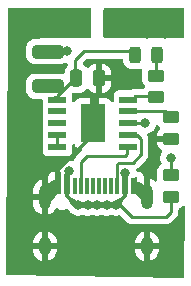
<source format=gbr>
%TF.GenerationSoftware,KiCad,Pcbnew,7.0.9-1.fc38*%
%TF.CreationDate,2024-01-22T08:05:40+08:00*%
%TF.ProjectId,PD_Decoy,50445f44-6563-46f7-992e-6b696361645f,rev?*%
%TF.SameCoordinates,Original*%
%TF.FileFunction,Copper,L1,Top*%
%TF.FilePolarity,Positive*%
%FSLAX46Y46*%
G04 Gerber Fmt 4.6, Leading zero omitted, Abs format (unit mm)*
G04 Created by KiCad (PCBNEW 7.0.9-1.fc38) date 2024-01-22 08:05:40*
%MOMM*%
%LPD*%
G01*
G04 APERTURE LIST*
G04 Aperture macros list*
%AMRoundRect*
0 Rectangle with rounded corners*
0 $1 Rounding radius*
0 $2 $3 $4 $5 $6 $7 $8 $9 X,Y pos of 4 corners*
0 Add a 4 corners polygon primitive as box body*
4,1,4,$2,$3,$4,$5,$6,$7,$8,$9,$2,$3,0*
0 Add four circle primitives for the rounded corners*
1,1,$1+$1,$2,$3*
1,1,$1+$1,$4,$5*
1,1,$1+$1,$6,$7*
1,1,$1+$1,$8,$9*
0 Add four rect primitives between the rounded corners*
20,1,$1+$1,$2,$3,$4,$5,0*
20,1,$1+$1,$4,$5,$6,$7,0*
20,1,$1+$1,$6,$7,$8,$9,0*
20,1,$1+$1,$8,$9,$2,$3,0*%
G04 Aperture macros list end*
%TA.AperFunction,SMDPad,CuDef*%
%ADD10RoundRect,0.250000X-0.250000X-0.475000X0.250000X-0.475000X0.250000X0.475000X-0.250000X0.475000X0*%
%TD*%
%TA.AperFunction,SMDPad,CuDef*%
%ADD11R,0.600000X1.450000*%
%TD*%
%TA.AperFunction,SMDPad,CuDef*%
%ADD12R,0.300000X1.450000*%
%TD*%
%TA.AperFunction,ComponentPad*%
%ADD13O,1.000000X2.100000*%
%TD*%
%TA.AperFunction,ComponentPad*%
%ADD14O,1.000000X1.600000*%
%TD*%
%TA.AperFunction,SMDPad,CuDef*%
%ADD15RoundRect,0.243750X0.243750X0.456250X-0.243750X0.456250X-0.243750X-0.456250X0.243750X-0.456250X0*%
%TD*%
%TA.AperFunction,SMDPad,CuDef*%
%ADD16RoundRect,0.250000X-0.450000X0.262500X-0.450000X-0.262500X0.450000X-0.262500X0.450000X0.262500X0*%
%TD*%
%TA.AperFunction,SMDPad,CuDef*%
%ADD17RoundRect,0.250000X0.450000X-0.262500X0.450000X0.262500X-0.450000X0.262500X-0.450000X-0.262500X0*%
%TD*%
%TA.AperFunction,SMDPad,CuDef*%
%ADD18R,2.100000X3.300000*%
%TD*%
%TA.AperFunction,SMDPad,CuDef*%
%ADD19R,1.500000X0.600000*%
%TD*%
%TA.AperFunction,SMDPad,CuDef*%
%ADD20RoundRect,0.250000X-1.075000X0.312500X-1.075000X-0.312500X1.075000X-0.312500X1.075000X0.312500X0*%
%TD*%
%TA.AperFunction,ViaPad*%
%ADD21C,0.800000*%
%TD*%
%TA.AperFunction,Conductor*%
%ADD22C,0.250000*%
%TD*%
%TA.AperFunction,Conductor*%
%ADD23C,1.000000*%
%TD*%
%TA.AperFunction,Conductor*%
%ADD24C,0.500000*%
%TD*%
%TA.AperFunction,Conductor*%
%ADD25C,0.350000*%
%TD*%
G04 APERTURE END LIST*
D10*
%TO.P,C1,1*%
%TO.N,VDD*%
X18168000Y-18070000D03*
%TO.P,C1,2*%
%TO.N,GND*%
X20068000Y-18070000D03*
%TD*%
D11*
%TO.P,J1,A1,GND*%
%TO.N,GND*%
X16566000Y-27199000D03*
%TO.P,J1,A4,VBUS*%
%TO.N,/VBUS*%
X17366000Y-27199000D03*
D12*
%TO.P,J1,A5,CC1*%
%TO.N,/CC1*%
X18566000Y-27199000D03*
%TO.P,J1,A6,D+*%
%TO.N,unconnected-(J1-D+-PadA6)*%
X19566000Y-27199000D03*
%TO.P,J1,A7,D-*%
%TO.N,unconnected-(J1-D--PadA7)*%
X20066000Y-27199000D03*
%TO.P,J1,A8,SBU1*%
%TO.N,unconnected-(J1-SBU1-PadA8)*%
X21066000Y-27199000D03*
D11*
%TO.P,J1,A9,VBUS*%
%TO.N,/VBUS*%
X22266000Y-27199000D03*
%TO.P,J1,A12,GND*%
%TO.N,GND*%
X23066000Y-27199000D03*
%TO.P,J1,B1,GND*%
X23066000Y-27199000D03*
%TO.P,J1,B4,VBUS*%
%TO.N,/VBUS*%
X22266000Y-27199000D03*
D12*
%TO.P,J1,B5,CC2*%
%TO.N,/CC2*%
X21566000Y-27199000D03*
%TO.P,J1,B6,D+*%
%TO.N,unconnected-(J1-D+-PadB6)*%
X20566000Y-27199000D03*
%TO.P,J1,B7,D-*%
%TO.N,unconnected-(J1-D--PadB7)*%
X19066000Y-27199000D03*
%TO.P,J1,B8,SBU2*%
%TO.N,unconnected-(J1-SBU2-PadB8)*%
X18066000Y-27199000D03*
D11*
%TO.P,J1,B9,VBUS*%
%TO.N,/VBUS*%
X17366000Y-27199000D03*
%TO.P,J1,B12,GND*%
%TO.N,GND*%
X16566000Y-27199000D03*
D13*
%TO.P,J1,S1,SHIELD*%
X15496000Y-28114000D03*
D14*
X15496000Y-32294000D03*
D13*
X24136000Y-28114000D03*
D14*
X24136000Y-32294000D03*
%TD*%
D15*
%TO.P,D1,1,K*%
%TO.N,Net-(D1-K)*%
X24991000Y-16079000D03*
%TO.P,D1,2,A*%
%TO.N,VDD*%
X23116000Y-16079000D03*
%TD*%
D16*
%TO.P,R4,1*%
%TO.N,Net-(U1-VBUS)*%
X26164000Y-26278000D03*
%TO.P,R4,2*%
%TO.N,/VBUS*%
X26164000Y-28103000D03*
%TD*%
D17*
%TO.P,R2,1*%
%TO.N,Net-(U1-PG)*%
X24894000Y-19682000D03*
%TO.P,R2,2*%
%TO.N,Net-(D1-K)*%
X24894000Y-17857000D03*
%TD*%
%TO.P,R3,1*%
%TO.N,GND*%
X26164000Y-23197000D03*
%TO.P,R3,2*%
%TO.N,Net-(U1-CFG1)*%
X26164000Y-21372000D03*
%TD*%
D18*
%TO.P,U1,0,GND*%
%TO.N,GND*%
X19560000Y-21880000D03*
D19*
%TO.P,U1,1,VDD*%
%TO.N,VDD*%
X16559746Y-19880000D03*
%TO.P,U1,2,CFG2*%
%TO.N,unconnected-(U1-CFG2-Pad2)*%
X16559746Y-20880000D03*
%TO.P,U1,3,CFG3*%
%TO.N,unconnected-(U1-CFG3-Pad3)*%
X16559746Y-21880000D03*
%TO.P,U1,4,DP*%
%TO.N,Net-(U1-DM)*%
X16559746Y-22880000D03*
%TO.P,U1,5,DM*%
X16559746Y-23880000D03*
%TO.P,U1,6,CC2*%
%TO.N,/CC1*%
X22559746Y-23880000D03*
%TO.P,U1,7,CC1*%
%TO.N,/CC2*%
X22560000Y-22880000D03*
%TO.P,U1,8,VBUS*%
%TO.N,Net-(U1-VBUS)*%
X22560000Y-21880000D03*
%TO.P,U1,9,CFG1*%
%TO.N,Net-(U1-CFG1)*%
X22560000Y-20880000D03*
%TO.P,U1,10,PG*%
%TO.N,Net-(U1-PG)*%
X22559746Y-19880000D03*
%TD*%
D20*
%TO.P,R1,1*%
%TO.N,/VBUS*%
X15750000Y-15825000D03*
%TO.P,R1,2*%
%TO.N,VDD*%
X15750000Y-18750000D03*
%TD*%
D21*
%TO.N,GND*%
X16258000Y-13793000D03*
X17782000Y-13793000D03*
X14734000Y-13793000D03*
X17782000Y-12523000D03*
X14734000Y-12523000D03*
X16258000Y-12523000D03*
%TO.N,/VBUS*%
X18310000Y-28823000D03*
X25656000Y-14301000D03*
X24132000Y-14301000D03*
X24132000Y-12650000D03*
X22354000Y-12650000D03*
X17528000Y-25944000D03*
X19110000Y-28823000D03*
X19910000Y-28823000D03*
X21510000Y-28823000D03*
X22290500Y-26054795D03*
X17401000Y-15784000D03*
X20710000Y-28823000D03*
X25656000Y-12650000D03*
%TO.N,Net-(U1-VBUS)*%
X24005000Y-21880000D03*
X26164000Y-24801000D03*
%TD*%
D22*
%TO.N,VDD*%
X18036000Y-16546000D02*
X18036000Y-18070000D01*
X18798000Y-15784000D02*
X18036000Y-16546000D01*
X16305000Y-19625254D02*
X16559746Y-19880000D01*
X16559746Y-19546254D02*
X18036000Y-18070000D01*
X16559746Y-19880000D02*
X16559746Y-19546254D01*
X23116000Y-15784000D02*
X18798000Y-15784000D01*
%TO.N,GND*%
X16512000Y-26054256D02*
X16566000Y-26108256D01*
X23386396Y-27199000D02*
X23066000Y-27199000D01*
D23*
X24136000Y-28114000D02*
X23386396Y-27364396D01*
X15651000Y-28114000D02*
X16366000Y-27399000D01*
D24*
X16566000Y-26108256D02*
X16566000Y-27199000D01*
D23*
X16366000Y-27399000D02*
X16366000Y-27199000D01*
D22*
X19560000Y-22769000D02*
X16512000Y-25817000D01*
X19936000Y-18070000D02*
X19936000Y-21504000D01*
X19560000Y-21880000D02*
X19560000Y-22769000D01*
X16566000Y-27199000D02*
X16411000Y-27199000D01*
D23*
X15496000Y-28114000D02*
X15651000Y-28114000D01*
D22*
X19936000Y-21504000D02*
X19560000Y-21880000D01*
X16537802Y-26080058D02*
X16566000Y-26051860D01*
X16512000Y-25817000D02*
X16512000Y-26054256D01*
%TO.N,Net-(D1-K)*%
X24894000Y-17769000D02*
X24894000Y-15881000D01*
X24894000Y-15881000D02*
X24991000Y-15784000D01*
D24*
%TO.N,/VBUS*%
X18165660Y-28823000D02*
X18310000Y-28823000D01*
D22*
X17528000Y-26071000D02*
X17528000Y-25944000D01*
X25742000Y-29795000D02*
X22867051Y-29795000D01*
D24*
X19910000Y-28823000D02*
X20710000Y-28823000D01*
X19110000Y-28823000D02*
X19910000Y-28823000D01*
D22*
X22867051Y-29795000D02*
X21866340Y-28794289D01*
D24*
X22266000Y-26079295D02*
X22266000Y-27199000D01*
X17765660Y-28423000D02*
X18165660Y-28823000D01*
D22*
X16258000Y-15760500D02*
X17377500Y-15760500D01*
D24*
X20710000Y-28823000D02*
X21466340Y-28823000D01*
D22*
X22290500Y-26054795D02*
X22266000Y-26079295D01*
X26164000Y-29373000D02*
X25742000Y-29795000D01*
X26164000Y-28103000D02*
X26164000Y-29373000D01*
X17655000Y-25944000D02*
X17655000Y-25944000D01*
X17366000Y-26233000D02*
X17528000Y-26071000D01*
D25*
X17366000Y-28023340D02*
X17765660Y-28423000D01*
D24*
X21510000Y-28779340D02*
X21866340Y-28423000D01*
D25*
X21866340Y-28423000D02*
X22266000Y-28023340D01*
D22*
X17528000Y-25944000D02*
X17655000Y-25944000D01*
X17377500Y-15760500D02*
X17401000Y-15784000D01*
D24*
X18310000Y-28823000D02*
X19110000Y-28823000D01*
X21466340Y-28823000D02*
X21510000Y-28823000D01*
X21510000Y-28823000D02*
X21510000Y-28779340D01*
D22*
X21866340Y-28794289D02*
X21866340Y-28423000D01*
D24*
X21466340Y-28823000D02*
X21466340Y-28823000D01*
D25*
X17366000Y-27199000D02*
X17366000Y-28023340D01*
D24*
X17366000Y-27199000D02*
X17366000Y-26233000D01*
D25*
X22266000Y-28023340D02*
X22266000Y-27199000D01*
D22*
%TO.N,/CC1*%
X22481000Y-23958746D02*
X22481000Y-24450492D01*
X22257492Y-24674000D02*
X19052000Y-24674000D01*
X18566000Y-25160000D02*
X18566000Y-27199000D01*
X19052000Y-24674000D02*
X18566000Y-25160000D01*
X22481000Y-24450492D02*
X22257492Y-24674000D01*
X22559746Y-23880000D02*
X22481000Y-23958746D01*
%TO.N,/CC2*%
X23634746Y-24505000D02*
X23634746Y-23255000D01*
X23634746Y-23255000D02*
X23259746Y-22880000D01*
X22916746Y-25223000D02*
X23634746Y-24505000D01*
X21719000Y-25223000D02*
X22916746Y-25223000D01*
X22560000Y-22880000D02*
X21859746Y-22880000D01*
X21566000Y-25376000D02*
X21719000Y-25223000D01*
X23259746Y-22880000D02*
X22560000Y-22880000D01*
X21566000Y-27199000D02*
X21566000Y-25376000D01*
%TO.N,Net-(U1-PG)*%
X23116000Y-19594000D02*
X24894000Y-19594000D01*
X22559746Y-19880000D02*
X22830000Y-19880000D01*
X22830000Y-19880000D02*
X23116000Y-19594000D01*
%TO.N,Net-(U1-CFG1)*%
X22560000Y-20880000D02*
X25672000Y-20880000D01*
X25672000Y-20880000D02*
X26164000Y-21372000D01*
%TO.N,Net-(U1-VBUS)*%
X26164000Y-26278000D02*
X26164000Y-24801000D01*
X24005000Y-21880000D02*
X22560000Y-21880000D01*
%TO.N,Net-(U1-DM)*%
X16559746Y-22880000D02*
X16559746Y-23880000D01*
%TD*%
%TA.AperFunction,Conductor*%
%TO.N,/VBUS*%
G36*
X27250039Y-12161685D02*
G01*
X27295794Y-12214489D01*
X27307000Y-12266000D01*
X27307000Y-14558000D01*
X27287315Y-14625039D01*
X27234511Y-14670794D01*
X27183000Y-14682000D01*
X20573000Y-14682000D01*
X20505961Y-14662315D01*
X20460206Y-14609511D01*
X20449000Y-14558000D01*
X20449000Y-12266000D01*
X20468685Y-12198961D01*
X20521489Y-12153206D01*
X20573000Y-12142000D01*
X27183000Y-12142000D01*
X27250039Y-12161685D01*
G37*
%TD.AperFunction*%
%TD*%
%TA.AperFunction,Conductor*%
%TO.N,GND*%
G36*
X12329000Y-15317000D02*
G01*
X13949151Y-15317000D01*
X13935001Y-15359703D01*
X13935001Y-15359704D01*
X13935000Y-15359704D01*
X13924500Y-15462483D01*
X13924500Y-16187501D01*
X13924501Y-16187519D01*
X13935000Y-16290296D01*
X13935001Y-16290299D01*
X13974501Y-16409500D01*
X13990186Y-16456834D01*
X14082288Y-16606156D01*
X14206344Y-16730212D01*
X14355666Y-16822314D01*
X14522203Y-16877499D01*
X14624991Y-16888000D01*
X16875008Y-16887999D01*
X16977797Y-16877499D01*
X17144334Y-16822314D01*
X17221405Y-16774776D01*
X17288796Y-16756337D01*
X17355459Y-16777260D01*
X17400229Y-16830902D01*
X17410500Y-16880316D01*
X17410500Y-16989770D01*
X17390815Y-17056809D01*
X17374181Y-17077451D01*
X17325289Y-17126342D01*
X17233187Y-17275663D01*
X17233185Y-17275668D01*
X17208698Y-17349567D01*
X17178001Y-17442203D01*
X17178001Y-17442204D01*
X17178000Y-17442204D01*
X17167500Y-17544983D01*
X17167500Y-17588642D01*
X17147815Y-17655681D01*
X17095011Y-17701436D01*
X17025853Y-17711380D01*
X17004498Y-17706349D01*
X16977794Y-17697500D01*
X16977795Y-17697500D01*
X16875010Y-17687000D01*
X14624998Y-17687000D01*
X14624981Y-17687001D01*
X14522203Y-17697500D01*
X14522200Y-17697501D01*
X14355668Y-17752685D01*
X14355663Y-17752687D01*
X14206342Y-17844789D01*
X14082289Y-17968842D01*
X13990187Y-18118163D01*
X13990185Y-18118168D01*
X13973170Y-18169516D01*
X13935001Y-18284703D01*
X13935001Y-18284704D01*
X13935000Y-18284704D01*
X13924500Y-18387483D01*
X13924500Y-19112501D01*
X13924501Y-19112519D01*
X13935000Y-19215296D01*
X13935001Y-19215299D01*
X13990185Y-19381831D01*
X13990187Y-19381836D01*
X14025069Y-19438388D01*
X14082288Y-19531156D01*
X14206344Y-19655212D01*
X14355666Y-19747314D01*
X14522203Y-19802499D01*
X14624991Y-19813000D01*
X15185246Y-19812999D01*
X15252285Y-19832683D01*
X15298040Y-19885487D01*
X15309246Y-19936999D01*
X15309246Y-20227869D01*
X15309247Y-20227876D01*
X15315654Y-20287482D01*
X15333999Y-20336666D01*
X15338983Y-20406358D01*
X15333999Y-20423331D01*
X15315656Y-20472511D01*
X15315655Y-20472515D01*
X15315655Y-20472517D01*
X15309246Y-20532127D01*
X15309246Y-20532134D01*
X15309246Y-20532135D01*
X15309246Y-21227870D01*
X15309247Y-21227876D01*
X15315654Y-21287482D01*
X15333999Y-21336666D01*
X15338983Y-21406358D01*
X15333999Y-21423331D01*
X15315656Y-21472511D01*
X15315655Y-21472515D01*
X15315655Y-21472517D01*
X15309246Y-21532127D01*
X15309246Y-21532134D01*
X15309246Y-21532135D01*
X15309246Y-22227870D01*
X15309247Y-22227876D01*
X15315654Y-22287482D01*
X15333999Y-22336666D01*
X15338983Y-22406358D01*
X15333999Y-22423331D01*
X15315656Y-22472511D01*
X15315655Y-22472515D01*
X15315655Y-22472517D01*
X15309246Y-22532127D01*
X15309246Y-22532134D01*
X15309246Y-22532135D01*
X15309246Y-23227870D01*
X15309247Y-23227876D01*
X15315654Y-23287482D01*
X15333999Y-23336666D01*
X15338983Y-23406358D01*
X15333999Y-23423331D01*
X15315656Y-23472511D01*
X15315655Y-23472515D01*
X15315655Y-23472517D01*
X15309246Y-23532127D01*
X15309246Y-23532134D01*
X15309246Y-23532135D01*
X15309246Y-24227870D01*
X15309247Y-24227876D01*
X15315654Y-24287483D01*
X15365948Y-24422328D01*
X15365952Y-24422335D01*
X15452198Y-24537544D01*
X15452201Y-24537547D01*
X15567410Y-24623793D01*
X15567417Y-24623797D01*
X15702263Y-24674091D01*
X15702262Y-24674091D01*
X15709190Y-24674835D01*
X15761873Y-24680500D01*
X17357618Y-24680499D01*
X17417229Y-24674091D01*
X17552077Y-24623796D01*
X17667292Y-24537546D01*
X17753542Y-24422331D01*
X17803837Y-24287483D01*
X17810246Y-24227873D01*
X17810245Y-23771934D01*
X17829929Y-23704897D01*
X17882733Y-23659142D01*
X17951892Y-23649198D01*
X18015448Y-23678223D01*
X18050427Y-23728602D01*
X18066646Y-23772088D01*
X18066649Y-23772093D01*
X18152809Y-23887187D01*
X18152812Y-23887190D01*
X18267906Y-23973350D01*
X18267913Y-23973354D01*
X18402620Y-24023596D01*
X18402627Y-24023598D01*
X18462155Y-24029999D01*
X18462172Y-24030000D01*
X18509453Y-24030000D01*
X18576492Y-24049685D01*
X18622247Y-24102489D01*
X18632191Y-24171647D01*
X18604995Y-24233043D01*
X18590709Y-24250310D01*
X18586777Y-24254632D01*
X18182211Y-24659197D01*
X18169948Y-24669022D01*
X18170131Y-24669244D01*
X18164121Y-24674215D01*
X18116772Y-24724636D01*
X18095889Y-24745519D01*
X18095877Y-24745532D01*
X18091621Y-24751017D01*
X18087837Y-24755447D01*
X18055937Y-24789418D01*
X18055936Y-24789420D01*
X18046284Y-24806976D01*
X18035610Y-24823226D01*
X18023329Y-24839061D01*
X18023324Y-24839068D01*
X18004815Y-24881838D01*
X18002245Y-24887084D01*
X17979803Y-24927906D01*
X17974822Y-24947307D01*
X17968521Y-24965710D01*
X17960562Y-24984102D01*
X17958385Y-24991597D01*
X17956593Y-24991076D01*
X17930952Y-25045143D01*
X17871634Y-25082064D01*
X17812641Y-25083884D01*
X17695747Y-25059038D01*
X17622646Y-25043500D01*
X17433354Y-25043500D01*
X17400897Y-25050398D01*
X17248197Y-25082855D01*
X17248192Y-25082857D01*
X17075270Y-25159848D01*
X17075265Y-25159851D01*
X16922129Y-25271111D01*
X16795466Y-25411785D01*
X16700821Y-25575715D01*
X16700818Y-25575722D01*
X16642327Y-25755740D01*
X16642326Y-25755744D01*
X16627849Y-25893487D01*
X16622540Y-25944000D01*
X16632824Y-26041859D01*
X16630161Y-26083413D01*
X16615500Y-26145279D01*
X16615500Y-26227271D01*
X16607682Y-26270604D01*
X16571908Y-26366517D01*
X16565501Y-26426116D01*
X16565500Y-26426127D01*
X16565500Y-27190500D01*
X16565501Y-27325000D01*
X16545817Y-27392039D01*
X16493013Y-27437794D01*
X16441501Y-27449000D01*
X15777647Y-27449000D01*
X15721543Y-27358390D01*
X15632038Y-27290799D01*
X15524160Y-27260105D01*
X15412479Y-27270454D01*
X15312078Y-27320448D01*
X15246000Y-27392930D01*
X15246000Y-26949000D01*
X15746000Y-26949000D01*
X16316000Y-26949000D01*
X16316000Y-25974000D01*
X16218155Y-25974000D01*
X16158627Y-25980401D01*
X16158620Y-25980403D01*
X16023913Y-26030645D01*
X16023906Y-26030649D01*
X15908812Y-26116809D01*
X15908809Y-26116812D01*
X15822649Y-26231906D01*
X15822645Y-26231913D01*
X15772403Y-26366620D01*
X15772401Y-26366627D01*
X15766000Y-26426155D01*
X15766000Y-26519446D01*
X15746315Y-26586485D01*
X15746000Y-26586828D01*
X15746000Y-26949000D01*
X15246000Y-26949000D01*
X15246000Y-26590633D01*
X15244053Y-26590931D01*
X15244047Y-26590933D01*
X15053342Y-26661562D01*
X15053335Y-26661565D01*
X14880732Y-26769149D01*
X14733331Y-26909264D01*
X14733330Y-26909266D01*
X14617143Y-27076195D01*
X14536940Y-27263092D01*
X14496000Y-27462309D01*
X14496000Y-27864000D01*
X15196000Y-27864000D01*
X15196000Y-28364000D01*
X14496000Y-28364000D01*
X14496000Y-28714713D01*
X14511418Y-28866338D01*
X14572299Y-29060381D01*
X14572304Y-29060391D01*
X14671005Y-29238215D01*
X14671005Y-29238216D01*
X14803478Y-29392530D01*
X14803479Y-29392531D01*
X14964304Y-29517018D01*
X15146907Y-29606589D01*
X15246000Y-29632244D01*
X15246000Y-28830110D01*
X15270457Y-28869610D01*
X15359962Y-28937201D01*
X15467840Y-28967895D01*
X15579521Y-28957546D01*
X15679922Y-28907552D01*
X15746000Y-28835069D01*
X15746000Y-29637366D01*
X15747944Y-29637069D01*
X15747945Y-29637069D01*
X15938660Y-29566436D01*
X15938664Y-29566434D01*
X16111267Y-29458850D01*
X16258668Y-29318735D01*
X16258669Y-29318733D01*
X16374855Y-29151806D01*
X16378234Y-29143931D01*
X16422758Y-29090084D01*
X16489325Y-29068857D01*
X16556801Y-29086988D01*
X16567663Y-29094440D01*
X16635767Y-29146698D01*
X16775764Y-29204687D01*
X16888280Y-29219500D01*
X16888287Y-29219500D01*
X16963713Y-29219500D01*
X16963720Y-29219500D01*
X17076236Y-29204687D01*
X17216233Y-29146698D01*
X17249778Y-29120957D01*
X17314942Y-29095763D01*
X17383387Y-29109800D01*
X17412944Y-29131652D01*
X17485270Y-29203978D01*
X17504976Y-29229659D01*
X17577466Y-29355214D01*
X17577465Y-29355214D01*
X17704129Y-29495888D01*
X17857265Y-29607148D01*
X17857270Y-29607151D01*
X18030192Y-29684142D01*
X18030197Y-29684144D01*
X18215354Y-29723500D01*
X18215355Y-29723500D01*
X18404644Y-29723500D01*
X18404646Y-29723500D01*
X18589803Y-29684144D01*
X18659564Y-29653083D01*
X18728813Y-29643798D01*
X18760434Y-29653083D01*
X18830197Y-29684144D01*
X19015354Y-29723500D01*
X19015355Y-29723500D01*
X19204644Y-29723500D01*
X19204646Y-29723500D01*
X19389803Y-29684144D01*
X19459564Y-29653083D01*
X19528813Y-29643798D01*
X19560434Y-29653083D01*
X19630197Y-29684144D01*
X19815354Y-29723500D01*
X19815355Y-29723500D01*
X20004644Y-29723500D01*
X20004646Y-29723500D01*
X20189803Y-29684144D01*
X20259564Y-29653083D01*
X20328813Y-29643798D01*
X20360434Y-29653083D01*
X20430197Y-29684144D01*
X20615354Y-29723500D01*
X20615355Y-29723500D01*
X20804644Y-29723500D01*
X20804646Y-29723500D01*
X20989803Y-29684144D01*
X21059564Y-29653083D01*
X21128813Y-29643798D01*
X21160434Y-29653083D01*
X21230197Y-29684144D01*
X21415354Y-29723500D01*
X21415355Y-29723500D01*
X21604644Y-29723500D01*
X21604646Y-29723500D01*
X21789803Y-29684144D01*
X21789805Y-29684142D01*
X21791409Y-29683802D01*
X21861076Y-29689118D01*
X21904871Y-29717411D01*
X22366248Y-30178788D01*
X22376073Y-30191051D01*
X22376294Y-30190869D01*
X22381265Y-30196878D01*
X22402094Y-30216437D01*
X22431686Y-30244226D01*
X22452580Y-30265120D01*
X22458062Y-30269373D01*
X22462494Y-30273157D01*
X22496469Y-30305062D01*
X22514027Y-30314714D01*
X22530284Y-30325393D01*
X22546115Y-30337673D01*
X22565788Y-30346186D01*
X22588884Y-30356182D01*
X22594128Y-30358750D01*
X22634959Y-30381197D01*
X22647574Y-30384435D01*
X22654356Y-30386177D01*
X22672770Y-30392481D01*
X22691155Y-30400438D01*
X22737208Y-30407732D01*
X22742877Y-30408906D01*
X22788032Y-30420500D01*
X22808067Y-30420500D01*
X22827464Y-30422026D01*
X22847247Y-30425160D01*
X22893635Y-30420775D01*
X22899473Y-30420500D01*
X25659257Y-30420500D01*
X25674877Y-30422224D01*
X25674904Y-30421939D01*
X25682660Y-30422671D01*
X25682667Y-30422673D01*
X25751814Y-30420500D01*
X25781350Y-30420500D01*
X25788228Y-30419630D01*
X25794041Y-30419172D01*
X25840627Y-30417709D01*
X25859869Y-30412117D01*
X25878912Y-30408174D01*
X25898792Y-30405664D01*
X25942122Y-30388507D01*
X25947646Y-30386617D01*
X25951396Y-30385527D01*
X25992390Y-30373618D01*
X26009629Y-30363422D01*
X26027103Y-30354862D01*
X26045727Y-30347488D01*
X26045727Y-30347487D01*
X26045732Y-30347486D01*
X26083449Y-30320082D01*
X26088305Y-30316892D01*
X26128420Y-30293170D01*
X26142589Y-30278999D01*
X26157379Y-30266368D01*
X26173587Y-30254594D01*
X26203299Y-30218676D01*
X26207212Y-30214376D01*
X26547785Y-29873803D01*
X26560041Y-29863987D01*
X26559858Y-29863765D01*
X26565875Y-29858787D01*
X26565874Y-29858787D01*
X26565877Y-29858786D01*
X26590251Y-29832829D01*
X26613227Y-29808364D01*
X26623671Y-29797918D01*
X26634120Y-29787471D01*
X26638379Y-29781978D01*
X26642152Y-29777561D01*
X26674062Y-29743582D01*
X26683713Y-29726024D01*
X26694396Y-29709761D01*
X26706673Y-29693936D01*
X26725185Y-29651153D01*
X26727738Y-29645941D01*
X26750197Y-29605092D01*
X26755180Y-29585680D01*
X26761481Y-29567280D01*
X26769437Y-29548896D01*
X26776729Y-29502852D01*
X26777906Y-29497171D01*
X26789500Y-29452019D01*
X26789500Y-29431983D01*
X26791027Y-29412582D01*
X26794160Y-29392804D01*
X26789775Y-29346415D01*
X26789500Y-29340577D01*
X26789500Y-29187516D01*
X26809185Y-29120477D01*
X26861989Y-29074722D01*
X26874488Y-29069813D01*
X26933334Y-29050314D01*
X27082656Y-28958212D01*
X27133316Y-28907551D01*
X27194637Y-28874067D01*
X27264329Y-28879051D01*
X27320262Y-28920922D01*
X27344680Y-28986386D01*
X27344993Y-28996023D01*
X27307797Y-34835733D01*
X27287686Y-34902646D01*
X27234592Y-34948063D01*
X27181748Y-34958926D01*
X12324726Y-34713031D01*
X12258021Y-34692240D01*
X12213147Y-34638686D01*
X12202781Y-34588261D01*
X12215160Y-32644713D01*
X14496000Y-32644713D01*
X14511418Y-32796338D01*
X14572299Y-32990381D01*
X14572304Y-32990391D01*
X14671005Y-33168215D01*
X14671005Y-33168216D01*
X14803478Y-33322530D01*
X14803479Y-33322531D01*
X14964304Y-33447018D01*
X15146907Y-33536589D01*
X15246000Y-33562244D01*
X15246000Y-32760110D01*
X15270457Y-32799610D01*
X15359962Y-32867201D01*
X15467840Y-32897895D01*
X15579521Y-32887546D01*
X15679922Y-32837552D01*
X15746000Y-32765069D01*
X15746000Y-33567365D01*
X15747944Y-33567069D01*
X15747945Y-33567069D01*
X15938660Y-33496436D01*
X15938664Y-33496434D01*
X16111267Y-33388850D01*
X16258668Y-33248735D01*
X16258669Y-33248733D01*
X16374856Y-33081804D01*
X16455059Y-32894907D01*
X16496000Y-32695690D01*
X16496000Y-32644713D01*
X23136000Y-32644713D01*
X23151418Y-32796338D01*
X23212299Y-32990381D01*
X23212304Y-32990391D01*
X23311005Y-33168215D01*
X23311005Y-33168216D01*
X23443478Y-33322530D01*
X23443479Y-33322531D01*
X23604304Y-33447018D01*
X23786907Y-33536589D01*
X23886000Y-33562244D01*
X23886000Y-32760110D01*
X23910457Y-32799610D01*
X23999962Y-32867201D01*
X24107840Y-32897895D01*
X24219521Y-32887546D01*
X24319922Y-32837552D01*
X24386000Y-32765069D01*
X24386000Y-33567366D01*
X24387944Y-33567069D01*
X24387945Y-33567069D01*
X24578660Y-33496436D01*
X24578664Y-33496434D01*
X24751267Y-33388850D01*
X24898668Y-33248735D01*
X24898669Y-33248733D01*
X25014856Y-33081804D01*
X25095059Y-32894907D01*
X25136000Y-32695690D01*
X25136000Y-32544000D01*
X24436000Y-32544000D01*
X24436000Y-32044000D01*
X25136000Y-32044000D01*
X25136000Y-31943286D01*
X25120581Y-31791661D01*
X25059700Y-31597618D01*
X25059695Y-31597608D01*
X24960994Y-31419784D01*
X24960994Y-31419783D01*
X24828521Y-31265469D01*
X24828520Y-31265468D01*
X24667695Y-31140981D01*
X24485093Y-31051411D01*
X24386000Y-31025753D01*
X24386000Y-31827889D01*
X24361543Y-31788390D01*
X24272038Y-31720799D01*
X24164160Y-31690105D01*
X24052479Y-31700454D01*
X23952078Y-31750448D01*
X23886000Y-31822930D01*
X23886000Y-31020633D01*
X23884053Y-31020931D01*
X23884047Y-31020933D01*
X23693342Y-31091562D01*
X23693335Y-31091565D01*
X23520732Y-31199149D01*
X23373331Y-31339264D01*
X23373330Y-31339266D01*
X23257143Y-31506195D01*
X23176940Y-31693092D01*
X23136000Y-31892309D01*
X23136000Y-32044000D01*
X23836000Y-32044000D01*
X23836000Y-32544000D01*
X23136000Y-32544000D01*
X23136000Y-32644713D01*
X16496000Y-32644713D01*
X16496000Y-32544000D01*
X15796000Y-32544000D01*
X15796000Y-32044000D01*
X16496000Y-32044000D01*
X16496000Y-31943286D01*
X16480581Y-31791661D01*
X16419700Y-31597618D01*
X16419695Y-31597608D01*
X16320994Y-31419784D01*
X16320994Y-31419783D01*
X16188521Y-31265469D01*
X16188520Y-31265468D01*
X16027695Y-31140981D01*
X15845093Y-31051411D01*
X15746000Y-31025753D01*
X15746000Y-31827889D01*
X15721543Y-31788390D01*
X15632038Y-31720799D01*
X15524160Y-31690105D01*
X15412479Y-31700454D01*
X15312078Y-31750448D01*
X15246000Y-31822930D01*
X15246000Y-31020633D01*
X15244053Y-31020931D01*
X15244047Y-31020933D01*
X15053342Y-31091562D01*
X15053335Y-31091565D01*
X14880732Y-31199149D01*
X14733331Y-31339264D01*
X14733330Y-31339266D01*
X14617143Y-31506195D01*
X14536940Y-31693092D01*
X14496000Y-31892309D01*
X14496000Y-32044000D01*
X15196000Y-32044000D01*
X15196000Y-32544000D01*
X14496000Y-32544000D01*
X14496000Y-32644713D01*
X12215160Y-32644713D01*
X12329000Y-14772000D01*
X12329000Y-15317000D01*
G37*
%TD.AperFunction*%
%TA.AperFunction,Conductor*%
G36*
X23268649Y-26444877D02*
G01*
X23309179Y-26501790D01*
X23316000Y-26542350D01*
X23316000Y-27325000D01*
X23296315Y-27392039D01*
X23243511Y-27437794D01*
X23192000Y-27449000D01*
X23190500Y-27449000D01*
X23123461Y-27429315D01*
X23077706Y-27376511D01*
X23066500Y-27325000D01*
X23066499Y-26544950D01*
X23083109Y-26482954D01*
X23084612Y-26480351D01*
X23135176Y-26432136D01*
X23203783Y-26418911D01*
X23268649Y-26444877D01*
G37*
%TD.AperFunction*%
%TA.AperFunction,Conductor*%
G36*
X25052654Y-22028107D02*
G01*
X25103481Y-22074287D01*
X25121287Y-22103155D01*
X25215304Y-22197172D01*
X25248789Y-22258495D01*
X25243805Y-22328187D01*
X25215305Y-22372534D01*
X25121682Y-22466157D01*
X25029643Y-22615375D01*
X25029641Y-22615380D01*
X24974494Y-22781802D01*
X24974493Y-22781809D01*
X24964000Y-22884513D01*
X24964000Y-22947000D01*
X26290000Y-22947000D01*
X26357039Y-22966685D01*
X26402794Y-23019489D01*
X26414000Y-23071000D01*
X26414000Y-23323000D01*
X26394315Y-23390039D01*
X26341511Y-23435794D01*
X26290000Y-23447000D01*
X24964001Y-23447000D01*
X24964001Y-23509486D01*
X24974494Y-23612197D01*
X25029641Y-23778619D01*
X25029643Y-23778624D01*
X25121684Y-23927845D01*
X25245654Y-24051815D01*
X25372532Y-24130074D01*
X25419256Y-24182022D01*
X25430479Y-24250985D01*
X25414823Y-24297612D01*
X25372996Y-24370057D01*
X25342815Y-24422335D01*
X25336820Y-24432718D01*
X25336818Y-24432722D01*
X25287659Y-24584019D01*
X25278326Y-24612744D01*
X25258540Y-24801000D01*
X25278326Y-24989256D01*
X25278823Y-24990786D01*
X25336820Y-25169282D01*
X25360503Y-25210302D01*
X25376976Y-25278202D01*
X25354124Y-25344230D01*
X25318213Y-25377841D01*
X25245347Y-25422785D01*
X25245343Y-25422788D01*
X25121289Y-25546842D01*
X25029187Y-25696163D01*
X25029185Y-25696168D01*
X25020900Y-25721170D01*
X24974001Y-25862703D01*
X24974001Y-25862704D01*
X24974000Y-25862704D01*
X24963500Y-25965483D01*
X24963500Y-26590501D01*
X24963501Y-26590519D01*
X24972879Y-26682316D01*
X24960109Y-26751009D01*
X24912228Y-26801893D01*
X24844438Y-26818813D01*
X24778262Y-26796397D01*
X24773620Y-26792973D01*
X24667695Y-26710981D01*
X24485093Y-26621411D01*
X24386000Y-26595753D01*
X24386000Y-27397889D01*
X24361543Y-27358390D01*
X24272038Y-27290799D01*
X24164160Y-27260105D01*
X24052479Y-27270454D01*
X23952078Y-27320448D01*
X23886000Y-27392930D01*
X23886000Y-26574791D01*
X23871184Y-26551969D01*
X23866000Y-26516488D01*
X23866000Y-26426172D01*
X23865999Y-26426155D01*
X23859598Y-26366627D01*
X23859596Y-26366620D01*
X23809354Y-26231913D01*
X23809350Y-26231906D01*
X23723190Y-26116812D01*
X23723187Y-26116809D01*
X23608093Y-26030649D01*
X23608086Y-26030645D01*
X23473379Y-25980403D01*
X23473372Y-25980401D01*
X23413844Y-25974000D01*
X23328921Y-25974000D01*
X23261882Y-25954315D01*
X23216127Y-25901511D01*
X23206183Y-25832353D01*
X23235208Y-25768797D01*
X23265801Y-25743268D01*
X23290500Y-25728660D01*
X23303166Y-25721170D01*
X23317335Y-25706999D01*
X23332125Y-25694368D01*
X23348333Y-25682594D01*
X23378045Y-25646676D01*
X23381958Y-25642376D01*
X24018533Y-25005802D01*
X24030788Y-24995986D01*
X24030605Y-24995764D01*
X24036612Y-24990792D01*
X24036623Y-24990786D01*
X24068576Y-24956759D01*
X24083973Y-24940364D01*
X24094417Y-24929918D01*
X24104866Y-24919471D01*
X24109125Y-24913978D01*
X24112898Y-24909561D01*
X24144808Y-24875582D01*
X24154459Y-24858024D01*
X24165142Y-24841761D01*
X24177419Y-24825936D01*
X24195931Y-24783153D01*
X24198484Y-24777941D01*
X24220943Y-24737092D01*
X24225926Y-24717680D01*
X24232227Y-24699280D01*
X24240183Y-24680896D01*
X24247475Y-24634852D01*
X24248652Y-24629171D01*
X24260246Y-24584019D01*
X24260246Y-24563983D01*
X24261773Y-24544582D01*
X24264906Y-24524804D01*
X24260521Y-24478415D01*
X24260246Y-24472577D01*
X24260246Y-23337738D01*
X24261970Y-23322124D01*
X24261684Y-23322097D01*
X24262418Y-23314334D01*
X24260246Y-23245203D01*
X24260246Y-23215651D01*
X24260246Y-23215650D01*
X24259375Y-23208759D01*
X24258918Y-23202945D01*
X24257455Y-23156372D01*
X24251868Y-23137144D01*
X24247920Y-23118084D01*
X24245409Y-23098204D01*
X24228258Y-23054887D01*
X24226365Y-23049358D01*
X24213364Y-23004609D01*
X24213362Y-23004606D01*
X24203169Y-22987371D01*
X24194607Y-22969894D01*
X24187234Y-22951272D01*
X24187233Y-22951270D01*
X24187232Y-22951268D01*
X24180273Y-22941691D01*
X24156795Y-22875888D01*
X24172620Y-22807834D01*
X24222726Y-22759139D01*
X24254807Y-22747519D01*
X24284803Y-22741144D01*
X24457730Y-22664151D01*
X24610871Y-22552888D01*
X24737533Y-22412216D01*
X24832179Y-22248284D01*
X24880013Y-22101066D01*
X24919449Y-22043392D01*
X24983807Y-22016193D01*
X25052654Y-22028107D01*
G37*
%TD.AperFunction*%
%TA.AperFunction,Conductor*%
G36*
X22071039Y-16429185D02*
G01*
X22116794Y-16481989D01*
X22128000Y-16533500D01*
X22128000Y-16584855D01*
X22138413Y-16686776D01*
X22193137Y-16851922D01*
X22193142Y-16851933D01*
X22284471Y-16999999D01*
X22284474Y-17000003D01*
X22407496Y-17123025D01*
X22407500Y-17123028D01*
X22555566Y-17214357D01*
X22555569Y-17214358D01*
X22555575Y-17214362D01*
X22720725Y-17269087D01*
X22822652Y-17279500D01*
X22822657Y-17279500D01*
X23409343Y-17279500D01*
X23409348Y-17279500D01*
X23511275Y-17269087D01*
X23557652Y-17253718D01*
X23627481Y-17251316D01*
X23687523Y-17287047D01*
X23718716Y-17349567D01*
X23714365Y-17410425D01*
X23704001Y-17441702D01*
X23704000Y-17441704D01*
X23693500Y-17544483D01*
X23693500Y-18169501D01*
X23693501Y-18169519D01*
X23704000Y-18272296D01*
X23704001Y-18272299D01*
X23759185Y-18438831D01*
X23759187Y-18438836D01*
X23851289Y-18588157D01*
X23944951Y-18681819D01*
X23978436Y-18743142D01*
X23973452Y-18812834D01*
X23944951Y-18857181D01*
X23869951Y-18932181D01*
X23808628Y-18965666D01*
X23782270Y-18968500D01*
X23198738Y-18968500D01*
X23183121Y-18966776D01*
X23183094Y-18967062D01*
X23175332Y-18966327D01*
X23106204Y-18968500D01*
X23076650Y-18968500D01*
X23075929Y-18968590D01*
X23069757Y-18969369D01*
X23063945Y-18969826D01*
X23017373Y-18971290D01*
X23017372Y-18971290D01*
X22998129Y-18976881D01*
X22979079Y-18980825D01*
X22959211Y-18983334D01*
X22915884Y-19000488D01*
X22910358Y-19002379D01*
X22865614Y-19015379D01*
X22865610Y-19015381D01*
X22848366Y-19025579D01*
X22830905Y-19034133D01*
X22812274Y-19041510D01*
X22812263Y-19041517D01*
X22792576Y-19055820D01*
X22726769Y-19079298D01*
X22719693Y-19079500D01*
X21761875Y-19079500D01*
X21761869Y-19079501D01*
X21702262Y-19085908D01*
X21567417Y-19136202D01*
X21567410Y-19136206D01*
X21452201Y-19222452D01*
X21452198Y-19222455D01*
X21365952Y-19337664D01*
X21365948Y-19337671D01*
X21319267Y-19462832D01*
X21315655Y-19472517D01*
X21309246Y-19532127D01*
X21309246Y-19532134D01*
X21309246Y-19532135D01*
X21309246Y-19986701D01*
X21289561Y-20053740D01*
X21236757Y-20099495D01*
X21167599Y-20109439D01*
X21104043Y-20080414D01*
X21069064Y-20030033D01*
X21053355Y-19987915D01*
X21053350Y-19987906D01*
X20967190Y-19872812D01*
X20967187Y-19872809D01*
X20852093Y-19786649D01*
X20852086Y-19786645D01*
X20717379Y-19736403D01*
X20717372Y-19736401D01*
X20657844Y-19730000D01*
X19810000Y-19730000D01*
X19810000Y-22006000D01*
X19790315Y-22073039D01*
X19737511Y-22118794D01*
X19686000Y-22130000D01*
X19434000Y-22130000D01*
X19366961Y-22110315D01*
X19321206Y-22057511D01*
X19310000Y-22006000D01*
X19310000Y-19730000D01*
X18462155Y-19730000D01*
X18402627Y-19736401D01*
X18402620Y-19736403D01*
X18267913Y-19786645D01*
X18267906Y-19786649D01*
X18152812Y-19872809D01*
X18152809Y-19872812D01*
X18066649Y-19987906D01*
X18066643Y-19987918D01*
X18050426Y-20031397D01*
X18008555Y-20087331D01*
X17943090Y-20111747D01*
X17874817Y-20096895D01*
X17825412Y-20047489D01*
X17810245Y-19988065D01*
X17810245Y-19532128D01*
X17803837Y-19472517D01*
X17800225Y-19462832D01*
X17795241Y-19393140D01*
X17828726Y-19331817D01*
X17890050Y-19298333D01*
X17916398Y-19295499D01*
X18468008Y-19295499D01*
X18468016Y-19295498D01*
X18468019Y-19295498D01*
X18524302Y-19289748D01*
X18570797Y-19284999D01*
X18737334Y-19229814D01*
X18886656Y-19137712D01*
X19010712Y-19013656D01*
X19012752Y-19010347D01*
X19014745Y-19008555D01*
X19015193Y-19007989D01*
X19015289Y-19008065D01*
X19064694Y-18963623D01*
X19133656Y-18952395D01*
X19197740Y-18980234D01*
X19223829Y-19010339D01*
X19225681Y-19013341D01*
X19225683Y-19013344D01*
X19349654Y-19137315D01*
X19498875Y-19229356D01*
X19498880Y-19229358D01*
X19665302Y-19284505D01*
X19665309Y-19284506D01*
X19768019Y-19294999D01*
X19817999Y-19294998D01*
X19818000Y-19294998D01*
X19818000Y-18320000D01*
X20318000Y-18320000D01*
X20318000Y-19294999D01*
X20367972Y-19294999D01*
X20367986Y-19294998D01*
X20470697Y-19284505D01*
X20637119Y-19229358D01*
X20637124Y-19229356D01*
X20786345Y-19137315D01*
X20910315Y-19013345D01*
X21002356Y-18864124D01*
X21002358Y-18864119D01*
X21057505Y-18697697D01*
X21057506Y-18697690D01*
X21067999Y-18594986D01*
X21068000Y-18594973D01*
X21068000Y-18320000D01*
X20318000Y-18320000D01*
X19818000Y-18320000D01*
X19818000Y-16845000D01*
X20318000Y-16845000D01*
X20318000Y-17820000D01*
X21067999Y-17820000D01*
X21067999Y-17545028D01*
X21067998Y-17545013D01*
X21057505Y-17442302D01*
X21002358Y-17275880D01*
X21002356Y-17275875D01*
X20910315Y-17126654D01*
X20786345Y-17002684D01*
X20637124Y-16910643D01*
X20637119Y-16910641D01*
X20470697Y-16855494D01*
X20470690Y-16855493D01*
X20367986Y-16845000D01*
X20318000Y-16845000D01*
X19818000Y-16845000D01*
X19817999Y-16844999D01*
X19768029Y-16845000D01*
X19768011Y-16845001D01*
X19665302Y-16855494D01*
X19498880Y-16910641D01*
X19498875Y-16910643D01*
X19349654Y-17002684D01*
X19225683Y-17126655D01*
X19225679Y-17126660D01*
X19223826Y-17129665D01*
X19222018Y-17131290D01*
X19221202Y-17132323D01*
X19221025Y-17132183D01*
X19171874Y-17176385D01*
X19102911Y-17187601D01*
X19038831Y-17159752D01*
X19012753Y-17129653D01*
X19012737Y-17129628D01*
X19010712Y-17126344D01*
X18886656Y-17002288D01*
X18758902Y-16923489D01*
X18712179Y-16871542D01*
X18700956Y-16802579D01*
X18728800Y-16738497D01*
X18736308Y-16730281D01*
X19020771Y-16445819D01*
X19082094Y-16412334D01*
X19108452Y-16409500D01*
X22004000Y-16409500D01*
X22071039Y-16429185D01*
G37*
%TD.AperFunction*%
%TD*%
%TA.AperFunction,Conductor*%
%TO.N,GND*%
G36*
X15096709Y-14700290D02*
G01*
X15095315Y-14705039D01*
X15042511Y-14750794D01*
X14991000Y-14762000D01*
X14624998Y-14762000D01*
X14624980Y-14762001D01*
X14522203Y-14772500D01*
X14522200Y-14772501D01*
X14355668Y-14827685D01*
X14355663Y-14827687D01*
X14206342Y-14919789D01*
X14082289Y-15043842D01*
X13990187Y-15193163D01*
X13990186Y-15193166D01*
X13949151Y-15317000D01*
X12329000Y-15317000D01*
X12329000Y-14682000D01*
X15115000Y-14682000D01*
X15096709Y-14700290D01*
G37*
%TD.AperFunction*%
%TD*%
%TA.AperFunction,Conductor*%
%TO.N,GND*%
G36*
X19357039Y-12161685D02*
G01*
X19402794Y-12214489D01*
X19414000Y-12266000D01*
X19414000Y-14558000D01*
X19394315Y-14625039D01*
X19341511Y-14670794D01*
X19290000Y-14682000D01*
X12329000Y-14682000D01*
X12329000Y-12266000D01*
X12348685Y-12198961D01*
X12401489Y-12153206D01*
X12453000Y-12142000D01*
X19290000Y-12142000D01*
X19357039Y-12161685D01*
G37*
%TD.AperFunction*%
%TD*%
M02*

</source>
